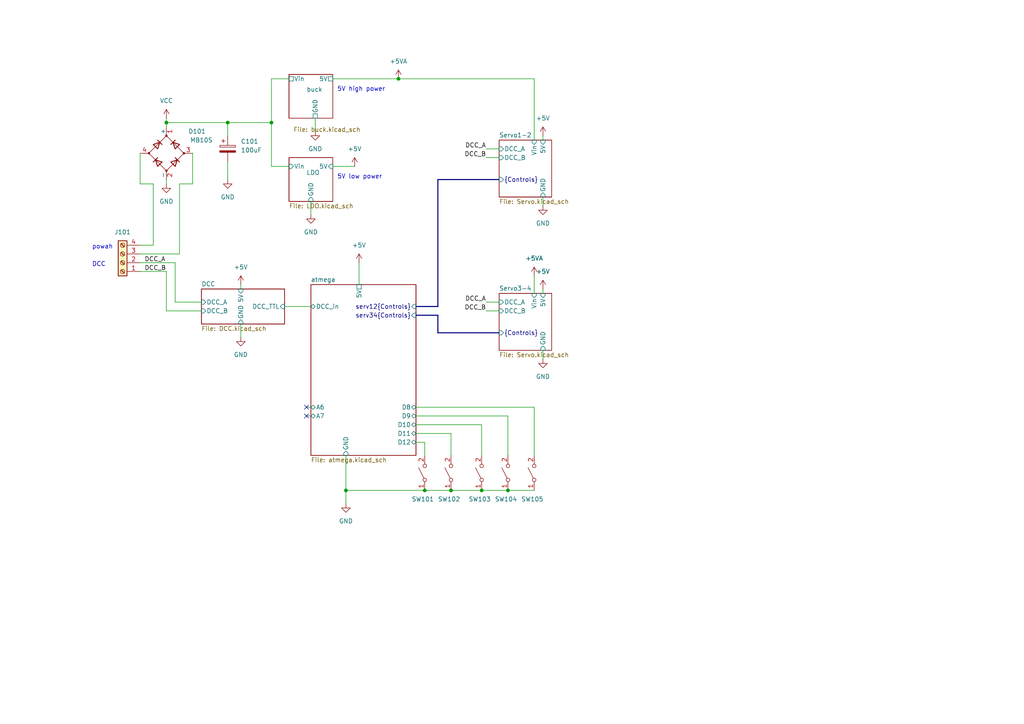
<source format=kicad_sch>
(kicad_sch (version 20230121) (generator eeschema)
  (paper "A4")
  (title_block (title "OS-ServoDriver") (company "Train-Science"))
  (lib_symbols
    (symbol "Connector:Screw_Terminal_01x04" (pin_names (offset 1.016) hide)
      (property "Reference" "J" (at 0 5.08 0))
      (property "Value" "Screw_Terminal_01x04" (at 0 -7.62 0))
      (symbol "Screw_Terminal_01x04_1_1"
        (rectangle (start -1.27 3.81) (end 1.27 -6.35) (stroke (width 0.254)) (fill (type background)))
        (circle (center 0 -5.08) (radius 0.635) (stroke (width 0.1524)))
        (circle (center 0 -2.54) (radius 0.635) (stroke (width 0.1524)))
        (polyline (pts (xy -0.5334 -4.7498) (xy 0.3302 -5.588)) (stroke (width 0.1524)))
        (polyline (pts (xy -0.5334 -2.2098) (xy 0.3302 -3.048)) (stroke (width 0.1524)))
        (polyline (pts (xy -0.5334 0.3302) (xy 0.3302 -0.508)) (stroke (width 0.1524)))
        (polyline (pts (xy -0.5334 2.8702) (xy 0.3302 2.032)) (stroke (width 0.1524)))
        (polyline (pts (xy -0.3556 -4.572) (xy 0.508 -5.4102)) (stroke (width 0.1524)))
        (polyline (pts (xy -0.3556 -2.032) (xy 0.508 -2.8702)) (stroke (width 0.1524)))
        (polyline (pts (xy -0.3556 0.508) (xy 0.508 -0.3302)) (stroke (width 0.1524)))
        (polyline (pts (xy -0.3556 3.048) (xy 0.508 2.2098)) (stroke (width 0.1524)))
        (circle (center 0 0) (radius 0.635) (stroke (width 0.1524)))
        (circle (center 0 2.54) (radius 0.635) (stroke (width 0.1524)))
        (pin passive line (at -5.08 2.54 0) (length 3.81) (name "Pin_1") (number "1"))
        (pin passive line (at -5.08 0 0) (length 3.81) (name "Pin_2") (number "2"))
        (pin passive line (at -5.08 -2.54 0) (length 3.81) (name "Pin_3") (number "3"))
        (pin passive line (at -5.08 -5.08 0) (length 3.81) (name "Pin_4") (number "4"))
      )
    )
    (symbol "Device:C_Polarized" (pin_numbers hide) (pin_names (offset 0.254))
      (property "Reference" "C" (at 0.635 2.54 0))
      (property "Value" "C_Polarized" (at 0.635 -2.54 0))
      (symbol "C_Polarized_0_1"
        (rectangle (start -2.286 0.508) (end 2.286 1.016))
        (polyline (pts (xy -1.778 2.286) (xy -0.762 2.286)))
        (polyline (pts (xy -1.27 2.794) (xy -1.27 1.778)))
        (rectangle (start 2.286 -0.508) (end -2.286 -1.016) (fill (type outline)))
      )
      (symbol "C_Polarized_1_1"
        (pin passive line (at 0 3.81 270) (length 2.794) (name "~") (number "1"))
        (pin passive line (at 0 -3.81 90) (length 2.794) (name "~") (number "2"))
      )
    )
    (symbol "custom_kicad_lib_sk:MB10S" (pin_names (offset 0))
      (property "Reference" "D" (at 2.54 6.985 0))
      (property "Value" "MB10S" (at 2.54 5.08 0))
      (symbol "MB10S_0_1"
        (circle (center -5.08 0) (radius 0.254) (fill (type outline)))
        (circle (center 0 -5.08) (radius 0.254) (fill (type outline)))
        (polyline (pts (xy -2.54 3.81) (xy -1.27 2.54)) (stroke (width 0.254)))
        (polyline (pts (xy -1.27 -2.54) (xy -2.54 -3.81)) (stroke (width 0.254)))
        (polyline (pts (xy 2.54 -1.27) (xy 3.81 -2.54)) (stroke (width 0.254)))
        (polyline (pts (xy 2.54 1.27) (xy 3.81 2.54)) (stroke (width 0.254)))
        (polyline (pts (xy -3.81 2.54) (xy -2.54 1.27) (xy -1.905 3.175) (xy -3.81 2.54)) (stroke (width 0.254)))
        (polyline (pts (xy -2.54 -1.27) (xy -3.81 -2.54) (xy -1.905 -3.175) (xy -2.54 -1.27)) (stroke (width 0.254)))
        (polyline (pts (xy 1.27 2.54) (xy 2.54 3.81) (xy 3.175 1.905) (xy 1.27 2.54)) (stroke (width 0.254)))
        (polyline (pts (xy 3.175 -1.905) (xy 1.27 -2.54) (xy 2.54 -3.81) (xy 3.175 -1.905)) (stroke (width 0.254)))
        (polyline (pts (xy -5.08 0) (xy 0 -5.08) (xy 5.08 0) (xy 0 5.08) (xy -5.08 0)))
        (circle (center 0 5.08) (radius 0.254) (fill (type outline)))
        (circle (center 5.08 0) (radius 0.254) (fill (type outline)))
      )
      (symbol "MB10S_1_1"
        (pin passive line (at 7.62 0 180) (length 2.54) (name "+") (number "1"))
        (pin passive line (at -7.62 0 0) (length 2.54) (name "-") (number "2"))
        (pin passive line (at 0 7.62 270) (length 2.54) (name "~") (number "3"))
        (pin passive line (at 0 -7.62 90) (length 2.54) (name "~") (number "4"))
      )
    )
    (symbol "custom_kicad_lib_sk:default_switch" (pin_names (offset 0) hide)
      (property "Reference" "SW" (at 0 3.175 0))
      (property "Value" "default_switch" (at 0 -2.54 0))
      (property "JLCPCB Part#" "C318884" (at 0 0 0))
      (symbol "default_switch_0_0"
        (circle (center -2.032 0) (radius 0.508))
        (polyline (pts (xy -1.524 0.254) (xy 1.524 1.778)))
        (circle (center 2.032 0) (radius 0.508))
      )
      (symbol "default_switch_1_1"
        (pin passive line (at -5.08 0 0) (length 2.54) (name "A") (number "1"))
        (pin passive line (at 5.08 0 180) (length 2.54) (name "B") (number "2"))
      )
    )
    (symbol "power:+5V" (power) (pin_names (offset 0))
      (property "Value" "+5V" (at 0 3.556 0))
      (symbol "+5V_0_1"
        (polyline (pts (xy -0.762 1.27) (xy 0 2.54)))
        (polyline (pts (xy 0 0) (xy 0 2.54)))
        (polyline (pts (xy 0 2.54) (xy 0.762 1.27)))
      )
      (symbol "+5V_1_1"
        (pin power_in line (at 0 0 90) (length 0) hide (name "+5V") (number "1"))
      )
    )
    (symbol "power:+5VA" (power) (pin_names (offset 0))
      (property "Value" "+5VA" (at 0 3.556 0))
      (symbol "+5VA_0_1"
        (polyline (pts (xy -0.762 1.27) (xy 0 2.54)))
        (polyline (pts (xy 0 0) (xy 0 2.54)))
        (polyline (pts (xy 0 2.54) (xy 0.762 1.27)))
      )
      (symbol "+5VA_1_1"
        (pin power_in line (at 0 0 90) (length 0) hide (name "+5VA") (number "1"))
      )
    )
    (symbol "power:GND" (power) (pin_names (offset 0))
      (property "Value" "GND" (at 0 -3.81 0))
      (symbol "GND_0_1"
        (polyline (pts (xy 0 0) (xy 0 -1.27) (xy 1.27 -1.27) (xy 0 -2.54) (xy -1.27 -1.27) (xy 0 -1.27)))
      )
      (symbol "GND_1_1"
        (pin power_in line (at 0 0 270) (length 0) hide (name "GND") (number "1"))
      )
    )
    (symbol "power:VCC" (power) (pin_names (offset 0))
      (property "Value" "VCC" (at 0 3.81 0))
      (symbol "VCC_0_1"
        (polyline (pts (xy -0.762 1.27) (xy 0 2.54)))
        (polyline (pts (xy 0 0) (xy 0 2.54)))
        (polyline (pts (xy 0 2.54) (xy 0.762 1.27)))
      )
      (symbol "VCC_1_1"
        (pin power_in line (at 0 0 90) (length 0) hide (name "VCC") (number "1"))
      )
    )
  )
  (bus_alias "Controls" (members "Servo1" "Servo2" "Relay1" "Relay2" "Relay3" "Relay4"))
  (junction (at 130.81 142.24))
  (junction (at 139.7 142.24))
  (junction (at 123.19 142.24))
  (junction (at 48.26 35.56))
  (junction (at 115.57 22.86))
  (junction (at 100.33 142.24))
  (junction (at 78.74 35.56))
  (junction (at 66.04 35.56))
  (junction (at 147.32 142.24))
  (no_connect (at 88.9 120.65))
  (no_connect (at 88.9 118.11))
  (wire (pts (xy 82.55 88.9) (xy 90.17 88.9)))
  (wire (pts (xy 104.14 76.2) (xy 104.14 82.55)))
  (wire (pts (xy 78.74 35.56) (xy 78.74 22.86)))
  (wire (pts (xy 48.26 90.17) (xy 58.42 90.17)))
  (wire (pts (xy 50.8 76.2) (xy 50.8 87.63)))
  (wire (pts (xy 139.7 123.19) (xy 139.7 132.08)))
  (wire (pts (xy 154.94 22.86) (xy 154.94 40.64)))
  (wire (pts (xy 154.94 85.09) (xy 154.94 80.01)))
  (wire (pts (xy 78.74 48.26) (xy 83.82 48.26)))
  (bus (pts (xy 120.65 88.9) (xy 127 88.9)))
  (bus (pts (xy 120.65 91.44) (xy 127 91.44)))
  (wire (pts (xy 88.9 120.65) (xy 90.17 120.65)))
  (wire (pts (xy 100.33 146.05) (xy 100.33 142.24)))
  (wire (pts (xy 120.65 123.19) (xy 139.7 123.19)))
  (wire (pts (xy 52.07 73.66) (xy 52.07 53.34)))
  (wire (pts (xy 120.65 118.11) (xy 154.94 118.11)))
  (wire (pts (xy 48.26 36.83) (xy 48.26 35.56)))
  (wire (pts (xy 88.9 118.11) (xy 90.17 118.11)))
  (wire (pts (xy 50.8 87.63) (xy 58.42 87.63)))
  (wire (pts (xy 96.52 48.26) (xy 102.87 48.26)))
  (wire (pts (xy 90.17 58.42) (xy 90.17 62.23)))
  (wire (pts (xy 40.64 76.2) (xy 50.8 76.2)))
  (wire (pts (xy 91.44 34.29) (xy 91.44 38.1)))
  (wire (pts (xy 123.19 128.27) (xy 120.65 128.27)))
  (wire (pts (xy 120.65 120.65) (xy 147.32 120.65)))
  (wire (pts (xy 66.04 46.99) (xy 66.04 52.07)))
  (wire (pts (xy 140.97 43.18) (xy 144.78 43.18)))
  (bus (pts (xy 127 88.9) (xy 127 52.07)))
  (wire (pts (xy 55.88 53.34) (xy 55.88 44.45)))
  (wire (pts (xy 157.48 39.37) (xy 157.48 40.64)))
  (wire (pts (xy 40.64 71.12) (xy 44.45 71.12)))
  (wire (pts (xy 100.33 132.08) (xy 100.33 142.24)))
  (bus (pts (xy 127 91.44) (xy 127 96.52)))
  (wire (pts (xy 100.33 142.24) (xy 123.19 142.24)))
  (wire (pts (xy 157.48 83.82) (xy 157.48 85.09)))
  (wire (pts (xy 48.26 53.34) (xy 48.26 52.07)))
  (wire (pts (xy 147.32 120.65) (xy 147.32 132.08)))
  (wire (pts (xy 40.64 73.66) (xy 52.07 73.66)))
  (bus (pts (xy 127 52.07) (xy 144.78 52.07)))
  (wire (pts (xy 52.07 53.34) (xy 55.88 53.34)))
  (wire (pts (xy 40.64 78.74) (xy 48.26 78.74)))
  (wire (pts (xy 157.48 101.6) (xy 157.48 104.14)))
  (wire (pts (xy 154.94 118.11) (xy 154.94 132.08)))
  (wire (pts (xy 157.48 57.15) (xy 157.48 59.69)))
  (wire (pts (xy 66.04 35.56) (xy 66.04 39.37)))
  (wire (pts (xy 147.32 142.24) (xy 154.94 142.24)))
  (wire (pts (xy 44.45 71.12) (xy 44.45 53.34)))
  (wire (pts (xy 40.64 44.45) (xy 40.64 53.34)))
  (wire (pts (xy 140.97 87.63) (xy 144.78 87.63)))
  (wire (pts (xy 130.81 125.73) (xy 120.65 125.73)))
  (wire (pts (xy 123.19 142.24) (xy 130.81 142.24)))
  (wire (pts (xy 48.26 78.74) (xy 48.26 90.17)))
  (wire (pts (xy 115.57 22.86) (xy 154.94 22.86)))
  (wire (pts (xy 130.81 142.24) (xy 139.7 142.24)))
  (wire (pts (xy 69.85 93.98) (xy 69.85 97.79)))
  (wire (pts (xy 44.45 53.34) (xy 40.64 53.34)))
  (wire (pts (xy 66.04 35.56) (xy 78.74 35.56)))
  (wire (pts (xy 48.26 35.56) (xy 66.04 35.56)))
  (wire (pts (xy 139.7 142.24) (xy 147.32 142.24)))
  (bus (pts (xy 127 96.52) (xy 144.78 96.52)))
  (wire (pts (xy 69.85 82.55) (xy 69.85 83.82)))
  (wire (pts (xy 96.52 22.86) (xy 115.57 22.86)))
  (wire (pts (xy 48.26 34.29) (xy 48.26 35.56)))
  (wire (pts (xy 123.19 132.08) (xy 123.19 128.27)))
  (wire (pts (xy 140.97 90.17) (xy 144.78 90.17)))
  (wire (pts (xy 78.74 22.86) (xy 83.82 22.86)))
  (wire (pts (xy 130.81 132.08) (xy 130.81 125.73)))
  (wire (pts (xy 140.97 45.72) (xy 144.78 45.72)))
  (wire (pts (xy 78.74 35.56) (xy 78.74 48.26)))
  (text "powah" (at 26.67 72.39 0) (effects (font (size 1.27 1.27)) (justify left bottom)))
  (text "5V high power" (at 97.79 26.67 0) (effects (font (size 1.27 1.27)) (justify left bottom)))
  (text "DCC" (at 26.67 77.47 0) (effects (font (size 1.27 1.27)) (justify left bottom)))
  (text "5V low power" (at 97.79 52.07 0) (effects (font (size 1.27 1.27)) (justify left bottom)))
  (label "DCC_A" (at 41.91 76.2 0))
  (label "DCC_B" (at 140.97 45.72 180))
  (label "DCC_A" (at 140.97 87.63 180))
  (label "DCC_B" (at 41.91 78.74 0))
  (label "DCC_A" (at 140.97 43.18 180))
  (label "DCC_B" (at 140.97 90.17 180))
  (symbol (lib_id "power:GND") (at 157.48 104.14 0) (unit 1)
    (property "Reference" "#PWR0705" (effects hide))
    (property "Value" "GND" (at 157.48 109.22 0))
  )
  (symbol (lib_id "power:+5V") (at 104.14 76.2 0) (unit 1)
    (property "Reference" "#PWR0712" (effects hide))
    (property "Value" "+5V" (at 104.14 71.12 0))
  )
  (symbol (lib_id "power:GND") (at 91.44 38.1 0) (unit 1)
    (property "Reference" "#PWR0706" (effects hide))
    (property "Value" "GND" (at 91.44 43.18 0))
  )
  (symbol (lib_id "power:+5V") (at 69.85 82.55 0) (unit 1)
    (property "Reference" "#PWR0702" (effects hide))
    (property "Value" "+5V" (at 69.85 77.47 0))
  )
  (symbol (lib_id "power:+5VA") (at 115.57 22.86 0) (unit 1)
    (property "Reference" "#PWR0714" (effects hide))
    (property "Value" "+5VA" (at 115.57 17.78 0))
  )
  (symbol (lib_id "custom_kicad_lib_sk:default_switch") (at 139.7 137.16 90) (unit 1)
    (property "Reference" "SW103" (at 135.89 144.78 90) (effects (justify right)))
    (property "Value" "default_switch" (effects hide))
    (property "Footprint" "custom_kicad_lib_sk:default_switch" (effects hide))
    (property "JLCPCB Part#" "C318884" (effects hide))
  )
  (symbol (lib_id "custom_kicad_lib_sk:default_switch") (at 147.32 137.16 90) (unit 1)
    (property "Reference" "SW104" (at 143.51 144.78 90) (effects (justify right)))
    (property "Value" "default_switch" (effects hide))
    (property "Footprint" "custom_kicad_lib_sk:default_switch" (effects hide))
    (property "JLCPCB Part#" "C318884" (effects hide))
  )
  (symbol (lib_id "power:+5VA") (at 154.94 80.01 0) (unit 1)
    (property "Reference" "#PWR0715" (effects hide))
    (property "Value" "+5VA" (at 154.94 74.93 0))
  )
  (symbol (lib_id "Connector:Screw_Terminal_01x04") (at 35.56 76.2 180) (unit 1)
    (property "Reference" "J101" (at 35.56 67.31 0))
    (property "Value" "Screw_Terminal_01x04" (effects hide))
    (property "Footprint" "TerminalBlock_Phoenix:TerminalBlock_Phoenix_MKDS-1,5-4-5.08_1x04_P5.08mm_Horizontal" (effects hide))
  )
  (symbol (lib_id "power:GND") (at 157.48 59.69 0) (unit 1)
    (property "Reference" "#PWR0704" (effects hide))
    (property "Value" "GND" (at 157.48 64.77 0))
  )
  (symbol (lib_id "custom_kicad_lib_sk:default_switch") (at 123.19 137.16 90) (unit 1)
    (property "Reference" "SW101" (at 119.38 144.78 90) (effects (justify right)))
    (property "Value" "default_switch" (effects hide))
    (property "Footprint" "custom_kicad_lib_sk:default_switch" (effects hide))
    (property "JLCPCB Part#" "C318884" (effects hide))
  )
  (symbol (lib_id "power:GND") (at 66.04 52.07 0) (unit 1)
    (property "Reference" "#PWR0101" (effects hide))
    (property "Value" "GND" (at 66.04 57.15 0))
  )
  (symbol (lib_id "Device:C_Polarized") (at 66.04 43.18 0) (unit 1)
    (property "Reference" "C101" (at 69.85 41.021 0) (effects (justify left)))
    (property "Value" "100uF" (at 69.85 43.561 0) (effects (justify left)))
    (property "Footprint" "Capacitor_THT:CP_Radial_D8.0mm_P3.80mm" (effects hide))
  )
  (symbol (lib_id "power:GND") (at 100.33 146.05 0) (unit 1)
    (property "Reference" "#PWR0713" (effects hide))
    (property "Value" "GND" (at 100.33 151.13 0))
  )
  (symbol (lib_id "power:GND") (at 90.17 62.23 0) (unit 1)
    (property "Reference" "#PWR0707" (effects hide))
    (property "Value" "GND" (at 90.17 67.31 0))
  )
  (symbol (lib_id "power:GND") (at 69.85 97.79 0) (unit 1)
    (property "Reference" "#PWR0710" (effects hide))
    (property "Value" "GND" (at 69.85 102.87 0))
  )
  (symbol (lib_id "power:+5V") (at 157.48 39.37 0) (unit 1)
    (property "Reference" "#PWR0703" (effects hide))
    (property "Value" "+5V" (at 157.48 34.29 0))
  )
  (symbol (lib_id "power:VCC") (at 48.26 34.29 0) (unit 1)
    (property "Reference" "#PWR0708" (effects hide))
    (property "Value" "VCC" (at 48.26 29.21 0))
  )
  (symbol (lib_id "power:+5V") (at 102.87 48.26 0) (unit 1)
    (property "Reference" "#PWR0711" (effects hide))
    (property "Value" "+5V" (at 102.87 43.18 0))
  )
  (symbol (lib_id "power:GND") (at 48.26 53.34 0) (unit 1)
    (property "Reference" "#PWR0709" (effects hide))
    (property "Value" "GND" (at 48.26 58.42 0))
  )
  (symbol (lib_id "custom_kicad_lib_sk:default_switch") (at 130.81 137.16 90) (unit 1)
    (property "Reference" "SW102" (at 127 144.78 90) (effects (justify right)))
    (property "Value" "default_switch" (effects hide))
    (property "Footprint" "custom_kicad_lib_sk:default_switch" (effects hide))
    (property "JLCPCB Part#" "C318884" (effects hide))
  )
  (symbol (lib_id "custom_kicad_lib_sk:default_switch") (at 154.94 137.16 90) (unit 1)
    (property "Reference" "SW105" (at 151.13 144.78 90) (effects (justify right)))
    (property "Value" "default_switch" (effects hide))
    (property "Footprint" "custom_kicad_lib_sk:default_switch" (effects hide))
    (property "JLCPCB Part#" "C318884" (effects hide))
  )
  (symbol (lib_id "power:+5V") (at 157.48 83.82 0) (unit 1)
    (property "Reference" "#PWR0701" (effects hide))
    (property "Value" "+5V" (at 157.48 78.74 0))
  )
  (symbol (lib_id "custom_kicad_lib_sk:MB10S") (at 48.26 44.45 270) (mirror x) (unit 1)
    (property "Reference" "D101" (at 57.15 38.1 90))
    (property "Value" "MB10S" (at 58.42 40.64 90))
    (property "Footprint" "Package_TO_SOT_SMD:TO-269AA" (effects hide))
    (property "JLCPCB Part#" "C2488" (effects hide))
  )
  (sheet (at 83.82 21.59) (size 12.7 12.7) (stroke (width 0.1524))
    (property "Sheetname" "buck" (at 88.9 26.67 0) (effects (justify left bottom)))
    (property "Sheetfile" "buck.kicad_sch" (at 85.09 36.83 0) (effects (justify left top)))
    (pin "Vin" passive (at 83.82 22.86 180))
    (pin "5V" passive (at 96.52 22.86 0))
    (pin "GND" passive (at 91.44 34.29 270))
  )
  (sheet (at 83.82 45.72) (size 12.7 12.7) (stroke (width 0.1524))
    (property "Sheetname" "LDO" (at 88.9 50.8 0) (effects (justify left bottom)))
    (property "Sheetfile" "LDO.kicad_sch" (at 83.82 59.0046 0) (effects (justify left top)))
    (pin "GND" input (at 90.17 58.42 270))
    (pin "5V" input (at 96.52 48.26 0))
    (pin "Vin" input (at 83.82 48.26 180))
  )
  (sheet (at 144.78 85.09) (size 15.24 16.51) (stroke (width 0.1524))
    (property "Sheetname" "Servo3-4" (at 144.78 84.3784 0) (effects (justify left bottom)))
    (property "Sheetfile" "Servo.kicad_sch" (at 144.78 102.1846 0) (effects (justify left top)))
    (pin "DCC_A" input (at 144.78 87.63 180))
    (pin "Vin" input (at 154.94 85.09 90))
    (pin "DCC_B" input (at 144.78 90.17 180))
    (pin "GND" input (at 157.48 101.6 270))
    (pin "5V" input (at 157.48 85.09 90))
    (pin "{Controls}" input (at 144.78 96.52 180))
  )
  (sheet (at 90.17 82.55) (size 30.48 49.53) (stroke (width 0.1524))
    (property "Sheetname" "atmega" (at 90.17 81.8384 0) (effects (justify left bottom)))
    (property "Sheetfile" "atmega.kicad_sch" (at 90.17 132.6646 0) (effects (justify left top)))
    (pin "5V" passive (at 104.14 82.55 90))
    (pin "GND" input (at 100.33 132.08 270))
    (pin "A6" bidirectional (at 90.17 118.11 180))
    (pin "A7" bidirectional (at 90.17 120.65 180))
    (pin "DCC_in" bidirectional (at 90.17 88.9 180))
    (pin "D9" bidirectional (at 120.65 120.65 0))
    (pin "D11" bidirectional (at 120.65 125.73 0))
    (pin "D8" bidirectional (at 120.65 118.11 0))
    (pin "D10" bidirectional (at 120.65 123.19 0))
    (pin "D12" bidirectional (at 120.65 128.27 0))
    (pin "serv12{Controls}" input (at 120.65 88.9 0))
    (pin "serv34{Controls}" input (at 120.65 91.44 0))
  )
  (sheet (at 144.78 40.64) (size 15.24 16.51) (stroke (width 0.1524))
    (property "Sheetname" "Servo1-2" (at 144.78 39.9284 0) (effects (justify left bottom)))
    (property "Sheetfile" "Servo.kicad_sch" (at 144.78 57.7346 0) (effects (justify left top)))
    (pin "DCC_A" input (at 144.78 43.18 180))
    (pin "Vin" input (at 154.94 40.64 90))
    (pin "DCC_B" input (at 144.78 45.72 180))
    (pin "GND" input (at 157.48 57.15 270))
    (pin "5V" input (at 157.48 40.64 90))
    (pin "{Controls}" input (at 144.78 52.07 180))
  )
  (sheet (at 58.42 83.82) (size 24.13 10.16) (stroke (width 0.1524))
    (property "Sheetname" "DCC" (at 58.42 83.1084 0) (effects (justify left bottom)))
    (property "Sheetfile" "DCC.kicad_sch" (at 58.42 94.5646 0) (effects (justify left top)))
    (pin "DCC_B" input (at 58.42 90.17 180))
    (pin "DCC_A" input (at 58.42 87.63 180))
    (pin "GND" input (at 69.85 93.98 270))
    (pin "DCC_TTL" input (at 82.55 88.9 0))
    (pin "5V" input (at 69.85 83.82 90))
  )
)
</source>
